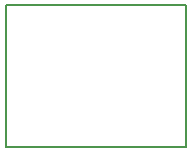
<source format=gbr>
%TF.GenerationSoftware,KiCad,Pcbnew,7.0.1*%
%TF.CreationDate,2023-03-31T16:52:12+01:00*%
%TF.ProjectId,QuectoDrive,51756563-746f-4447-9269-76652e6b6963,rev?*%
%TF.SameCoordinates,Original*%
%TF.FileFunction,Profile,NP*%
%FSLAX46Y46*%
G04 Gerber Fmt 4.6, Leading zero omitted, Abs format (unit mm)*
G04 Created by KiCad (PCBNEW 7.0.1) date 2023-03-31 16:52:12*
%MOMM*%
%LPD*%
G01*
G04 APERTURE LIST*
%TA.AperFunction,Profile*%
%ADD10C,0.200000*%
%TD*%
G04 APERTURE END LIST*
D10*
X90170000Y-80645000D02*
X105410000Y-80645000D01*
X105410000Y-92710000D01*
X90170000Y-92710000D01*
X90170000Y-80645000D01*
M02*

</source>
